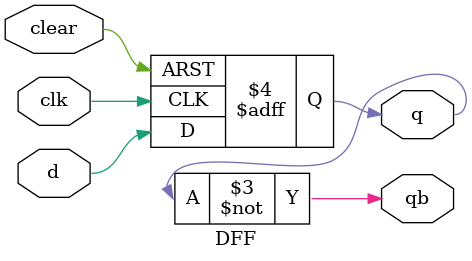
<source format=v>
module DFF (q,qb,clk,d,clear);
input clk,d,clear;
output q,qb;
reg q;
wire qb; 

always @(posedge clk, negedge clear)
    if (clear==1'b0)
    begin
        #4 q= 1'b0;

    end
    else
        begin	
            #8 q=d;

        end
assign qb = ~q;

endmodule



</source>
